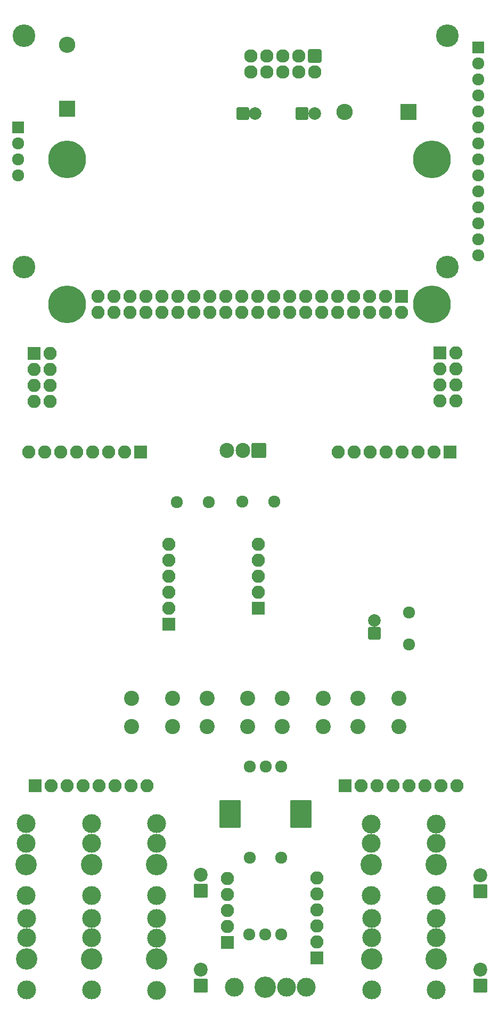
<source format=gbr>
%TF.GenerationSoftware,KiCad,Pcbnew,(5.99.0-9544-g366189b864)*%
%TF.CreationDate,2021-03-13T12:07:28+00:00*%
%TF.ProjectId,europi_main_v2,6575726f-7069-45f6-9d61-696e5f76322e,2.0*%
%TF.SameCoordinates,Original*%
%TF.FileFunction,Soldermask,Bot*%
%TF.FilePolarity,Negative*%
%FSLAX46Y46*%
G04 Gerber Fmt 4.6, Leading zero omitted, Abs format (unit mm)*
G04 Created by KiCad (PCBNEW (5.99.0-9544-g366189b864)) date 2021-03-13 12:07:28*
%MOMM*%
%LPD*%
G01*
G04 APERTURE LIST*
G04 Aperture macros list*
%AMRoundRect*
0 Rectangle with rounded corners*
0 $1 Rounding radius*
0 $2 $3 $4 $5 $6 $7 $8 $9 X,Y pos of 4 corners*
0 Add a 4 corners polygon primitive as box body*
4,1,4,$2,$3,$4,$5,$6,$7,$8,$9,$2,$3,0*
0 Add four circle primitives for the rounded corners*
1,1,$1+$1,$2,$3*
1,1,$1+$1,$4,$5*
1,1,$1+$1,$6,$7*
1,1,$1+$1,$8,$9*
0 Add four rect primitives between the rounded corners*
20,1,$1+$1,$2,$3,$4,$5,0*
20,1,$1+$1,$4,$5,$6,$7,0*
20,1,$1+$1,$6,$7,$8,$9,0*
20,1,$1+$1,$8,$9,$2,$3,0*%
G04 Aperture macros list end*
%ADD10RoundRect,0.200000X-0.800000X-0.800000X0.800000X-0.800000X0.800000X0.800000X-0.800000X0.800000X0*%
%ADD11C,2.000000*%
%ADD12RoundRect,0.200000X0.800000X-0.800000X0.800000X0.800000X-0.800000X0.800000X-0.800000X-0.800000X0*%
%ADD13RoundRect,0.200000X1.100000X-1.100000X1.100000X1.100000X-1.100000X1.100000X-1.100000X-1.100000X0*%
%ADD14O,2.600000X2.600000*%
%ADD15RoundRect,0.200000X1.100000X1.100000X-1.100000X1.100000X-1.100000X-1.100000X1.100000X-1.100000X0*%
%ADD16RoundRect,0.200000X0.900000X-0.900000X0.900000X0.900000X-0.900000X0.900000X-0.900000X-0.900000X0*%
%ADD17C,2.200000*%
%ADD18RoundRect,0.200000X0.863600X0.863600X-0.863600X0.863600X-0.863600X-0.863600X0.863600X-0.863600X0*%
%ADD19O,2.127200X2.127200*%
%ADD20C,3.400000*%
%ADD21C,3.000000*%
%ADD22C,6.000000*%
%ADD23RoundRect,0.200000X-0.850000X0.850000X-0.850000X-0.850000X0.850000X-0.850000X0.850000X0.850000X0*%
%ADD24O,2.100000X2.100000*%
%ADD25C,1.924000*%
%ADD26RoundRect,0.200000X1.500000X2.000000X-1.500000X2.000000X-1.500000X-2.000000X1.500000X-2.000000X0*%
%ADD27C,2.400000*%
%ADD28RoundRect,0.200000X0.952500X1.000000X-0.952500X1.000000X-0.952500X-1.000000X0.952500X-1.000000X0*%
%ADD29O,2.305000X2.400000*%
%ADD30RoundRect,0.200000X-0.850000X-0.850000X0.850000X-0.850000X0.850000X0.850000X-0.850000X0.850000X0*%
%ADD31RoundRect,0.200000X0.850000X-0.850000X0.850000X0.850000X-0.850000X0.850000X-0.850000X-0.850000X0*%
%ADD32C,3.600000*%
%ADD33RoundRect,0.200000X0.762000X0.762000X-0.762000X0.762000X-0.762000X-0.762000X0.762000X-0.762000X0*%
G04 APERTURE END LIST*
D10*
%TO.C,C1*%
X62254888Y-33230000D03*
D11*
X64254888Y-33230000D03*
%TD*%
D10*
%TO.C,C2*%
X71700000Y-33230000D03*
D11*
X73700000Y-33230000D03*
%TD*%
D12*
%TO.C,C5*%
X83160000Y-115755113D03*
D11*
X83160000Y-113755113D03*
%TD*%
D13*
%TO.C,D1*%
X34320000Y-32460000D03*
D14*
X34320000Y-22300000D03*
%TD*%
D15*
%TO.C,D2*%
X88580000Y-32940000D03*
D14*
X78420000Y-32940000D03*
%TD*%
D16*
%TO.C,D3*%
X55590000Y-156680000D03*
D17*
X55590000Y-154140000D03*
%TD*%
D16*
%TO.C,D4*%
X55590000Y-171680000D03*
D17*
X55590000Y-169140000D03*
%TD*%
D16*
%TO.C,D5*%
X100000000Y-156750000D03*
D17*
X100000000Y-154210000D03*
%TD*%
D16*
%TO.C,D6*%
X100000000Y-171750000D03*
D17*
X100000000Y-169210000D03*
%TD*%
D18*
%TO.C,Eurorack1*%
X73680000Y-24080000D03*
D19*
X73680000Y-26620000D03*
X71140000Y-24080000D03*
X71140000Y-26620000D03*
X68600000Y-24080000D03*
X68600000Y-26620000D03*
X66060000Y-24080000D03*
X66060000Y-26620000D03*
X63520000Y-24080000D03*
X63520000Y-26620000D03*
%TD*%
D20*
%TO.C,J1*%
X27850000Y-152500000D03*
D21*
X27850000Y-146020000D03*
X27850000Y-149120000D03*
X27850000Y-157420000D03*
%TD*%
D20*
%TO.C,J2*%
X38240000Y-152500000D03*
D21*
X38240000Y-146020000D03*
X38240000Y-149120000D03*
X38240000Y-157420000D03*
%TD*%
D20*
%TO.C,J3*%
X48580000Y-152500000D03*
D21*
X48580000Y-146020000D03*
X48580000Y-149120000D03*
X48580000Y-157420000D03*
%TD*%
D20*
%TO.C,J4*%
X48550000Y-167520000D03*
D21*
X48550000Y-161040000D03*
X48550000Y-164140000D03*
X48550000Y-172440000D03*
%TD*%
D20*
%TO.C,J5*%
X82670000Y-152530000D03*
D21*
X82670000Y-146050000D03*
X82670000Y-149150000D03*
X82670000Y-157450000D03*
%TD*%
D20*
%TO.C,J6*%
X82753200Y-167505900D03*
D21*
X82753200Y-161025900D03*
X82753200Y-164125900D03*
X82753200Y-172425900D03*
%TD*%
D20*
%TO.C,J7*%
X93000000Y-152530000D03*
D21*
X93000000Y-146050000D03*
X93000000Y-149150000D03*
X93000000Y-157450000D03*
%TD*%
D20*
%TO.C,J8*%
X93000000Y-167500000D03*
D21*
X93000000Y-161020000D03*
X93000000Y-164120000D03*
X93000000Y-172420000D03*
%TD*%
D22*
%TO.C,Pi1*%
X34355000Y-40515000D03*
X92355000Y-40515000D03*
X34355000Y-63515000D03*
X92355000Y-63515000D03*
D23*
X87485000Y-62245000D03*
D24*
X87485000Y-64785000D03*
X84945000Y-62245000D03*
X84945000Y-64785000D03*
X82405000Y-62245000D03*
X82405000Y-64785000D03*
X79865000Y-62245000D03*
X79865000Y-64785000D03*
X77325000Y-62245000D03*
X77325000Y-64785000D03*
X74785000Y-62245000D03*
X74785000Y-64785000D03*
X72245000Y-62245000D03*
X72245000Y-64785000D03*
X69705000Y-62245000D03*
X69705000Y-64785000D03*
X67165000Y-62245000D03*
X67165000Y-64785000D03*
X64625000Y-62245000D03*
X64625000Y-64785000D03*
X62085000Y-62245000D03*
X62085000Y-64785000D03*
X59545000Y-62245000D03*
X59545000Y-64785000D03*
X57005000Y-62245000D03*
X57005000Y-64785000D03*
X54465000Y-62245000D03*
X54465000Y-64785000D03*
X51925000Y-62245000D03*
X51925000Y-64785000D03*
X49385000Y-62245000D03*
X49385000Y-64785000D03*
X46845000Y-62245000D03*
X46845000Y-64785000D03*
X44305000Y-62245000D03*
X44305000Y-64785000D03*
X41765000Y-62245000D03*
X41765000Y-64785000D03*
X39225000Y-62245000D03*
X39225000Y-64785000D03*
%TD*%
D25*
%TO.C,SW1*%
X68400000Y-163580000D03*
X65860000Y-163580000D03*
X63320000Y-163580000D03*
%TD*%
D26*
%TO.C,SW3*%
X71485000Y-144425000D03*
X60285000Y-144425000D03*
D25*
X68385000Y-136925000D03*
X65885000Y-136925000D03*
X63385000Y-136925000D03*
X68385000Y-151425000D03*
X63385000Y-151425000D03*
%TD*%
D27*
%TO.C,SW4*%
X51080000Y-130550000D03*
X44580000Y-130550000D03*
X44580000Y-126050000D03*
X51080000Y-126050000D03*
%TD*%
%TO.C,SW5*%
X63080000Y-130550000D03*
X56580000Y-130550000D03*
X56580000Y-126050000D03*
X63080000Y-126050000D03*
%TD*%
%TO.C,SW6*%
X75080000Y-130550000D03*
X68580000Y-130550000D03*
X68580000Y-126050000D03*
X75080000Y-126050000D03*
%TD*%
%TO.C,SW7*%
X87080000Y-130550000D03*
X80580000Y-130550000D03*
X87080000Y-126050000D03*
X80580000Y-126050000D03*
%TD*%
D20*
%TO.C,J16*%
X65850000Y-172000000D03*
D21*
X72330000Y-172000000D03*
X69230000Y-172000000D03*
X60930000Y-172000000D03*
%TD*%
D20*
%TO.C,J14*%
X38230000Y-167500000D03*
D21*
X38230000Y-161020000D03*
X38230000Y-164120000D03*
X38230000Y-172420000D03*
%TD*%
D25*
%TO.C,C4*%
X51800000Y-94940000D03*
X56880000Y-94940000D03*
%TD*%
%TO.C,C7*%
X88730000Y-117560000D03*
X88730000Y-112480000D03*
%TD*%
%TO.C,C3*%
X67280000Y-94870000D03*
X62200000Y-94870000D03*
%TD*%
D28*
%TO.C,LM7805*%
X64795400Y-86710400D03*
D29*
X62255400Y-86710400D03*
X59715400Y-86710400D03*
%TD*%
D20*
%TO.C,J13*%
X27890000Y-167500000D03*
D21*
X27890000Y-161020000D03*
X27890000Y-164120000D03*
X27890000Y-172420000D03*
%TD*%
D30*
%TO.C,J11*%
X93600000Y-71180000D03*
D24*
X96140000Y-71180000D03*
X93600000Y-73720000D03*
X96140000Y-73720000D03*
X93600000Y-76260000D03*
X96140000Y-76260000D03*
X93600000Y-78800000D03*
X96140000Y-78800000D03*
%TD*%
D30*
%TO.C,J9*%
X29085800Y-71295400D03*
D24*
X31625800Y-71295400D03*
X29085800Y-73835400D03*
X31625800Y-73835400D03*
X29085800Y-76375400D03*
X31625800Y-76375400D03*
X29085800Y-78915400D03*
X31625800Y-78915400D03*
%TD*%
D31*
%TO.C,P3*%
X46000000Y-87000000D03*
D24*
X43460000Y-87000000D03*
X40920000Y-87000000D03*
X38380000Y-87000000D03*
X35840000Y-87000000D03*
X33300000Y-87000000D03*
X30760000Y-87000000D03*
X28220000Y-87000000D03*
%TD*%
D31*
%TO.C,P4*%
X95250000Y-87000000D03*
D24*
X92710000Y-87000000D03*
X90170000Y-87000000D03*
X87630000Y-87000000D03*
X85090000Y-87000000D03*
X82550000Y-87000000D03*
X80010000Y-87000000D03*
X77470000Y-87000000D03*
%TD*%
D23*
%TO.C,P6*%
X78500000Y-140000000D03*
D24*
X81040000Y-140000000D03*
X83580000Y-140000000D03*
X86120000Y-140000000D03*
X88660000Y-140000000D03*
X91200000Y-140000000D03*
X93740000Y-140000000D03*
X96280000Y-140000000D03*
%TD*%
D23*
%TO.C,P7*%
X29250000Y-140000000D03*
D24*
X31790000Y-140000000D03*
X34330000Y-140000000D03*
X36870000Y-140000000D03*
X39410000Y-140000000D03*
X41950000Y-140000000D03*
X44490000Y-140000000D03*
X47030000Y-140000000D03*
%TD*%
D30*
%TO.C,J17*%
X50500000Y-114280000D03*
D24*
X50500000Y-111740000D03*
X50500000Y-109200000D03*
X50500000Y-106660000D03*
X50500000Y-104120000D03*
X50500000Y-101580000D03*
%TD*%
D30*
%TO.C,J18*%
X64710000Y-111810000D03*
D24*
X64710000Y-109270000D03*
X64710000Y-106730000D03*
X64710000Y-104190000D03*
X64710000Y-101650000D03*
%TD*%
D32*
%TO.C,J10*%
X94780000Y-57570000D03*
X27520000Y-57570000D03*
X94780000Y-20850000D03*
X27520000Y-20850000D03*
D33*
X99700000Y-22700000D03*
D25*
X99700000Y-25240000D03*
X99700000Y-27780000D03*
X99700000Y-30320000D03*
X99700000Y-32860000D03*
X99700000Y-35400000D03*
X99700000Y-37940000D03*
X99700000Y-40480000D03*
X99700000Y-43020000D03*
X99700000Y-45560000D03*
X99700000Y-48100000D03*
X99700000Y-50640000D03*
X99700000Y-53180000D03*
X99700000Y-55720000D03*
D33*
X26520000Y-35400000D03*
D25*
X26520000Y-37940000D03*
X26520000Y-40480000D03*
X26520000Y-43020000D03*
%TD*%
D30*
%TO.C,J19*%
X74010000Y-167340000D03*
D24*
X74010000Y-164800000D03*
X74010000Y-162260000D03*
X74010000Y-159720000D03*
X74010000Y-157180000D03*
X74010000Y-154640000D03*
%TD*%
D30*
%TO.C,J20*%
X59790000Y-164825000D03*
D24*
X59790000Y-162285000D03*
X59790000Y-159745000D03*
X59790000Y-157205000D03*
X59790000Y-154665000D03*
%TD*%
M02*

</source>
